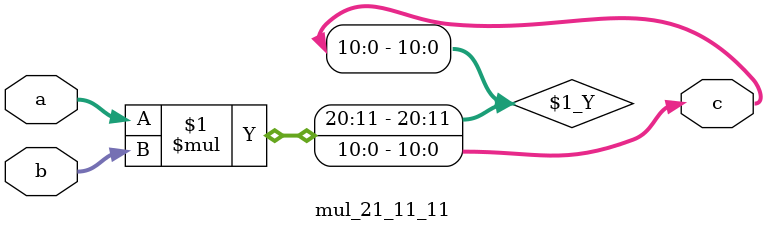
<source format=v>
module mul_21_11_11(a, b, c);
  input [20:0] a;
  input [10:0] b;
  output [10:0] c;
  assign c = a * b;
endmodule

</source>
